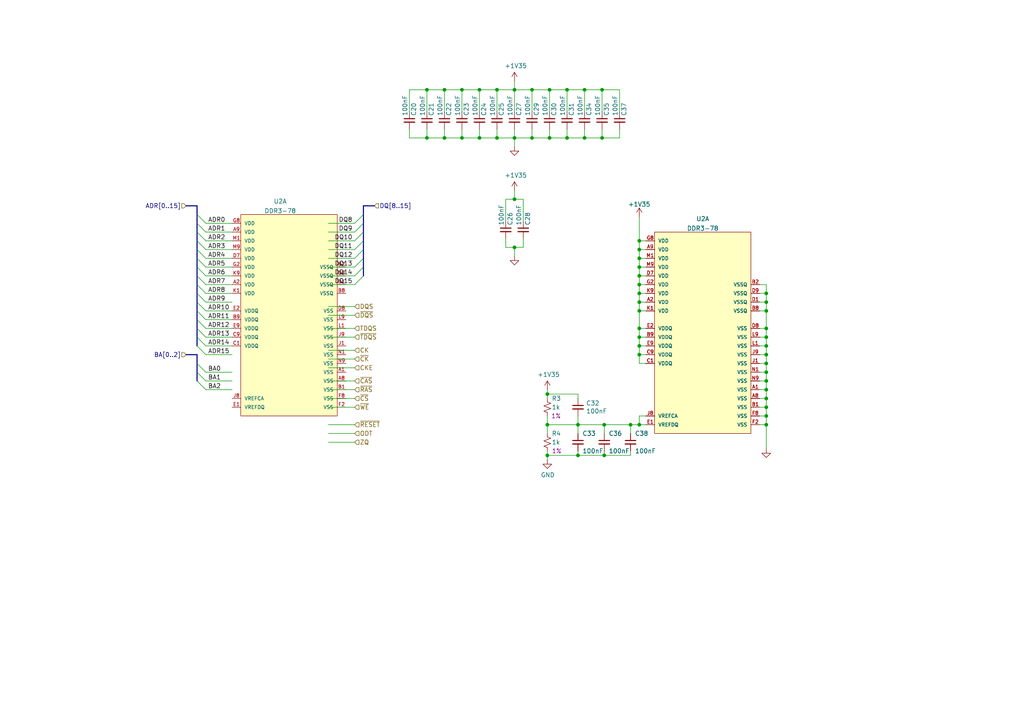
<source format=kicad_sch>
(kicad_sch (version 20211123) (generator eeschema)
  (paper "A4")
  (lib_symbols
    (symbol "DDR3-78_1" (pin_names (offset 1.016))
      (property "Reference" "U" (at 1.27 1.27 0))
      (property "Value" "DDR3-78_1" (at 1.27 3.81 0))
      (symbol "DDR3-78_1_1_1"
        (rectangle (start 0 0) (end 27.94 -58.42) (fill (type background)))
        (pin power_in line (at 30.48 -45.72 180) (length 2.54) (name "VSS") (number "A1"))
        (pin power_in line (at -2.54 -20.32 0) (length 2.54) (name "VDD") (number "A2"))
        (pin power_in line (at 30.48 -48.26 180) (length 2.54) (name "VSS") (number "A8"))
        (pin power_in line (at -2.54 -5.08 0) (length 2.54) (name "VDD") (number "A9"))
        (pin power_in line (at 30.48 -50.8 180) (length 2.54) (name "VSS") (number "B1"))
        (pin power_in line (at 30.48 -15.24 180) (length 2.54) (name "VSSQ") (number "B2"))
        (pin power_in line (at 30.48 -22.86 180) (length 2.54) (name "VSSQ") (number "B8"))
        (pin power_in line (at -2.54 -30.48 0) (length 2.54) (name "VDDQ") (number "B9"))
        (pin power_in line (at -2.54 -38.1 0) (length 2.54) (name "VDDQ") (number "C1"))
        (pin power_in line (at -2.54 -35.56 0) (length 2.54) (name "VDDQ") (number "C9"))
        (pin power_in line (at 30.48 -20.32 180) (length 2.54) (name "VSSQ") (number "D1"))
        (pin power_in line (at -2.54 -12.7 0) (length 2.54) (name "VDD") (number "D7"))
        (pin power_in line (at 30.48 -27.94 180) (length 2.54) (name "VSS") (number "D8"))
        (pin power_in line (at 30.48 -17.78 180) (length 2.54) (name "VSSQ") (number "D9"))
        (pin power_in line (at -2.54 -55.88 0) (length 2.54) (name "VREFDQ") (number "E1"))
        (pin power_in line (at -2.54 -27.94 0) (length 2.54) (name "VDDQ") (number "E2"))
        (pin power_in line (at -2.54 -33.02 0) (length 2.54) (name "VDDQ") (number "E9"))
        (pin power_in line (at 30.48 -55.88 180) (length 2.54) (name "VSS") (number "F2"))
        (pin power_in line (at 30.48 -53.34 180) (length 2.54) (name "VSS") (number "F8"))
        (pin power_in line (at -2.54 -15.24 0) (length 2.54) (name "VDD") (number "G2"))
        (pin power_in line (at -2.54 -2.54 0) (length 2.54) (name "VDD") (number "G8"))
        (pin power_in line (at 30.48 -38.1 180) (length 2.54) (name "VSS") (number "J1"))
        (pin power_in line (at -2.54 -53.34 0) (length 2.54) (name "VREFCA") (number "J8"))
        (pin power_in line (at 30.48 -35.56 180) (length 2.54) (name "VSS") (number "J9"))
        (pin power_in line (at -2.54 -22.86 0) (length 2.54) (name "VDD") (number "K1"))
        (pin power_in line (at -2.54 -17.78 0) (length 2.54) (name "VDD") (number "K9"))
        (pin power_in line (at 30.48 -33.02 180) (length 2.54) (name "VSS") (number "L1"))
        (pin power_in line (at 30.48 -30.48 180) (length 2.54) (name "VSS") (number "L9"))
        (pin power_in line (at -2.54 -7.62 0) (length 2.54) (name "VDD") (number "M1"))
        (pin power_in line (at -2.54 -10.16 0) (length 2.54) (name "VDD") (number "M9"))
        (pin power_in line (at 30.48 -40.64 180) (length 2.54) (name "VSS") (number "N1"))
        (pin power_in line (at 30.48 -43.18 180) (length 2.54) (name "VSS") (number "N9"))
      )
      (symbol "DDR3-78_1_2_1"
        (rectangle (start 0 0) (end 22.86 -68.58) (fill (type background)))
        (pin bidirectional line (at -2.54 -63.5 0) (length 2.54) (name "NC") (number "A3"))
        (pin bidirectional line (at 25.4 -35.56 180) (length 2.54) (name "~{TDQS}") (number "A7"))
        (pin bidirectional line (at 25.4 -2.54 180) (length 2.54) (name "DQ0") (number "B3"))
        (pin bidirectional line (at 25.4 -33.02 180) (length 2.54) (name "TDQS") (number "B7"))
        (pin bidirectional line (at 25.4 -7.62 180) (length 2.54) (name "DQ2") (number "C2"))
        (pin bidirectional line (at 25.4 -26.67 180) (length 2.54) (name "DQS") (number "C3"))
        (pin bidirectional line (at 25.4 -5.08 180) (length 2.54) (name "DQ1") (number "C7"))
        (pin bidirectional line (at 25.4 -10.16 180) (length 2.54) (name "DQ3") (number "C8"))
        (pin bidirectional line (at 25.4 -17.78 180) (length 2.54) (name "DQ6") (number "D2"))
        (pin bidirectional line (at 25.4 -29.21 180) (length 2.54) (name "~{DQS}") (number "D3"))
        (pin bidirectional line (at 25.4 -12.7 180) (length 2.54) (name "DQ4") (number "E3"))
        (pin bidirectional line (at 25.4 -20.32 180) (length 2.54) (name "DQ7") (number "E7"))
        (pin bidirectional line (at 25.4 -15.24 180) (length 2.54) (name "DQ5") (number "E8"))
        (pin power_in line (at -2.54 -58.42 0) (length 2.54) (name "NC") (number "F1"))
        (pin input line (at 25.4 -50.8 180) (length 2.54) (name "~{RAS}") (number "F3"))
        (pin input line (at 25.4 -39.37 180) (length 2.54) (name "CK") (number "F7"))
        (pin power_in line (at -2.54 -66.04 0) (length 2.54) (name "NC") (number "F9"))
        (pin power_in line (at 25.4 -66.04 180) (length 2.54) (name "ODT") (number "G1"))
        (pin input line (at 25.4 -48.26 180) (length 2.54) (name "~{CAS}") (number "G3"))
        (pin input line (at 25.4 -41.91 180) (length 2.54) (name "~{CK}") (number "G7"))
        (pin input line (at 25.4 -44.45 180) (length 2.54) (name "CKE") (number "G9"))
        (pin power_in line (at -2.54 -60.96 0) (length 2.54) (name "NC") (number "H1"))
        (pin power_in line (at 25.4 -55.88 180) (length 2.54) (name "~{CS}") (number "H2"))
        (pin bidirectional line (at 25.4 -58.42 180) (length 2.54) (name "~{WE}") (number "H3"))
        (pin input line (at -2.54 -27.94 0) (length 2.54) (name "A10") (number "H7"))
        (pin bidirectional line (at 25.4 -60.96 180) (length 2.54) (name "ZQ") (number "H8"))
        (pin power_in line (at -2.54 -55.88 0) (length 2.54) (name "NC") (number "H9"))
        (pin input line (at -2.54 -45.72 0) (length 2.54) (name "BA0") (number "J2"))
        (pin input line (at -2.54 -50.8 0) (length 2.54) (name "BA2") (number "J3"))
        (pin input line (at -2.54 -40.64 0) (length 2.54) (name "A15") (number "J7"))
        (pin input line (at -2.54 -10.16 0) (length 2.54) (name "A3") (number "K2"))
        (pin input line (at -2.54 -2.54 0) (length 2.54) (name "A0") (number "K3"))
        (pin input line (at -2.54 -33.02 0) (length 2.54) (name "A12") (number "K7"))
        (pin input line (at -2.54 -48.26 0) (length 2.54) (name "BA1") (number "K8"))
        (pin input line (at -2.54 -15.24 0) (length 2.54) (name "A5") (number "L2"))
        (pin input line (at -2.54 -7.62 0) (length 2.54) (name "A2") (number "L3"))
        (pin input line (at -2.54 -5.08 0) (length 2.54) (name "A1") (number "L7"))
        (pin input line (at -2.54 -12.7 0) (length 2.54) (name "A4") (number "L8"))
        (pin input line (at -2.54 -20.32 0) (length 2.54) (name "A7") (number "M2"))
        (pin input line (at -2.54 -25.4 0) (length 2.54) (name "A9") (number "M3"))
        (pin input line (at -2.54 -30.48 0) (length 2.54) (name "A11") (number "M7"))
        (pin input line (at -2.54 -17.78 0) (length 2.54) (name "A6") (number "M8"))
        (pin input line (at 25.4 -63.5 180) (length 2.54) (name "~{RESET}") (number "N2"))
        (pin input line (at -2.54 -35.56 0) (length 2.54) (name "A13") (number "N3"))
        (pin input line (at -2.54 -38.1 0) (length 2.54) (name "A14") (number "N7"))
        (pin input line (at -2.54 -22.86 0) (length 2.54) (name "A8") (number "N8"))
      )
    )
    (symbol "Device:C_Small" (pin_numbers hide) (pin_names (offset 0.254) hide)
      (property "Reference" "C" (at 0.254 1.778 0))
      (property "Value" "C_Small" (at 0.254 -2.032 0))
      (symbol "C_Small_0_1"
        (polyline (pts (xy -1.524 -0.508) (xy 1.524 -0.508)) (stroke (width 0.3302)))
        (polyline (pts (xy -1.524 0.508) (xy 1.524 0.508)) (stroke (width 0.3048)))
      )
      (symbol "C_Small_1_1"
        (pin passive line (at 0 2.54 270) (length 2.032) (name "~") (number "1"))
        (pin passive line (at 0 -2.54 90) (length 2.032) (name "~") (number "2"))
      )
    )
    (symbol "Device:R_Small_US" (pin_numbers hide) (pin_names (offset 0.254) hide)
      (property "Reference" "R" (at 0.762 0.508 0))
      (property "Value" "R_Small_US" (at 0.762 -1.016 0))
      (symbol "R_Small_US_1_1"
        (polyline (pts (xy 0 0) (xy 1.016 -0.381) (xy 0 -0.762) (xy -1.016 -1.143) (xy 0 -1.524)))
        (polyline (pts (xy 0 1.524) (xy 1.016 1.143) (xy 0 0.762) (xy -1.016 0.381) (xy 0 0)))
        (pin passive line (at 0 2.54 270) (length 1.016) (name "~") (number "1"))
        (pin passive line (at 0 -2.54 90) (length 1.016) (name "~") (number "2"))
      )
    )
    (symbol "ddr3:DDR3-78" (pin_names (offset 1.016))
      (property "Reference" "U" (at 1.27 1.27 0))
      (property "Value" "DDR3-78" (at 1.27 3.81 0))
      (symbol "DDR3-78_1_1"
        (rectangle (start 0 0) (end 27.94 -58.42) (fill (type background)))
        (pin power_in line (at 30.48 -45.72 180) (length 2.54) (name "VSS") (number "A1"))
        (pin power_in line (at -2.54 -20.32 0) (length 2.54) (name "VDD") (number "A2"))
        (pin power_in line (at 30.48 -48.26 180) (length 2.54) (name "VSS") (number "A8"))
        (pin power_in line (at -2.54 -5.08 0) (length 2.54) (name "VDD") (number "A9"))
        (pin power_in line (at 30.48 -50.8 180) (length 2.54) (name "VSS") (number "B1"))
        (pin power_in line (at 30.48 -15.24 180) (length 2.54) (name "VSSQ") (number "B2"))
        (pin power_in line (at 30.48 -22.86 180) (length 2.54) (name "VSSQ") (number "B8"))
        (pin power_in line (at -2.54 -30.48 0) (length 2.54) (name "VDDQ") (number "B9"))
        (pin power_in line (at -2.54 -38.1 0) (length 2.54) (name "VDDQ") (number "C1"))
        (pin power_in line (at -2.54 -35.56 0) (length 2.54) (name "VDDQ") (number "C9"))
        (pin power_in line (at 30.48 -20.32 180) (length 2.54) (name "VSSQ") (number "D1"))
        (pin power_in line (at -2.54 -12.7 0) (length 2.54) (name "VDD") (number "D7"))
        (pin power_in line (at 30.48 -27.94 180) (length 2.54) (name "VSS") (number "D8"))
        (pin power_in line (at 30.48 -17.78 180) (length 2.54) (name "VSSQ") (number "D9"))
        (pin power_in line (at -2.54 -55.88 0) (length 2.54) (name "VREFDQ") (number "E1"))
        (pin power_in line (at -2.54 -27.94 0) (length 2.54) (name "VDDQ") (number "E2"))
        (pin power_in line (at -2.54 -33.02 0) (length 2.54) (name "VDDQ") (number "E9"))
        (pin power_in line (at 30.48 -55.88 180) (length 2.54) (name "VSS") (number "F2"))
        (pin power_in line (at 30.48 -53.34 180) (length 2.54) (name "VSS") (number "F8"))
        (pin power_in line (at -2.54 -15.24 0) (length 2.54) (name "VDD") (number "G2"))
        (pin power_in line (at -2.54 -2.54 0) (length 2.54) (name "VDD") (number "G8"))
        (pin power_in line (at 30.48 -38.1 180) (length 2.54) (name "VSS") (number "J1"))
        (pin power_in line (at -2.54 -53.34 0) (length 2.54) (name "VREFCA") (number "J8"))
        (pin power_in line (at 30.48 -35.56 180) (length 2.54) (name "VSS") (number "J9"))
        (pin power_in line (at -2.54 -22.86 0) (length 2.54) (name "VDD") (number "K1"))
        (pin power_in line (at -2.54 -17.78 0) (length 2.54) (name "VDD") (number "K9"))
        (pin power_in line (at 30.48 -33.02 180) (length 2.54) (name "VSS") (number "L1"))
        (pin power_in line (at 30.48 -30.48 180) (length 2.54) (name "VSS") (number "L9"))
        (pin power_in line (at -2.54 -7.62 0) (length 2.54) (name "VDD") (number "M1"))
        (pin power_in line (at -2.54 -10.16 0) (length 2.54) (name "VDD") (number "M9"))
        (pin power_in line (at 30.48 -40.64 180) (length 2.54) (name "VSS") (number "N1"))
        (pin power_in line (at 30.48 -43.18 180) (length 2.54) (name "VSS") (number "N9"))
      )
      (symbol "DDR3-78_2_1"
        (rectangle (start 0 0) (end 22.86 -68.58) (fill (type background)))
        (pin bidirectional line (at -2.54 -63.5 0) (length 2.54) (name "NC") (number "A3"))
        (pin bidirectional line (at 25.4 -35.56 180) (length 2.54) (name "~{TDQS}") (number "A7"))
        (pin bidirectional line (at 25.4 -2.54 180) (length 2.54) (name "DQ0") (number "B3"))
        (pin bidirectional line (at 25.4 -33.02 180) (length 2.54) (name "TDQS") (number "B7"))
        (pin bidirectional line (at 25.4 -7.62 180) (length 2.54) (name "DQ2") (number "C2"))
        (pin bidirectional line (at 25.4 -26.67 180) (length 2.54) (name "DQS") (number "C3"))
        (pin bidirectional line (at 25.4 -5.08 180) (length 2.54) (name "DQ1") (number "C7"))
        (pin bidirectional line (at 25.4 -10.16 180) (length 2.54) (name "DQ3") (number "C8"))
        (pin bidirectional line (at 25.4 -17.78 180) (length 2.54) (name "DQ6") (number "D2"))
        (pin bidirectional line (at 25.4 -29.21 180) (length 2.54) (name "~{DQS}") (number "D3"))
        (pin bidirectional line (at 25.4 -12.7 180) (length 2.54) (name "DQ4") (number "E3"))
        (pin bidirectional line (at 25.4 -20.32 180) (length 2.54) (name "DQ7") (number "E7"))
        (pin bidirectional line (at 25.4 -15.24 180) (length 2.54) (name "DQ5") (number "E8"))
        (pin power_in line (at -2.54 -58.42 0) (length 2.54) (name "NC") (number "F1"))
        (pin input line (at 25.4 -50.8 180) (length 2.54) (name "~{RAS}") (number "F3"))
        (pin input line (at 25.4 -39.37 180) (length 2.54) (name "CK") (number "F7"))
        (pin power_in line (at -2.54 -66.04 0) (length 2.54) (name "NC") (number "F9"))
        (pin input line (at 25.4 -63.5 180) (length 2.54) (name "ODT") (number "G1"))
        (pin input line (at 25.4 -48.26 180) (length 2.54) (name "~{CAS}") (number "G3"))
        (pin input line (at 25.4 -41.91 180) (length 2.54) (name "~{CK}") (number "G7"))
        (pin input line (at 25.4 -44.45 180) (length 2.54) (name "CKE") (number "G9"))
        (pin power_in line (at -2.54 -60.96 0) (length 2.54) (name "NC") (number "H1"))
        (pin input line (at 25.4 -53.34 180) (length 2.54) (name "~{CS}") (number "H2"))
        (pin input line (at 25.4 -55.88 180) (length 2.54) (name "~{WE}") (number "H3"))
        (pin input line (at -2.54 -27.94 0) (length 2.54) (name "A10") (number "H7"))
        (pin input line (at 25.4 -66.04 180) (length 2.54) (name "ZQ") (number "H8"))
        (pin power_in line (at -2.54 -55.88 0) (length 2.54) (name "NC") (number "H9"))
        (pin input line (at -2.54 -45.72 0) (length 2.54) (name "BA0") (number "J2"))
        (pin input line (at -2.54 -50.8 0) (length 2.54) (name "BA2") (number "J3"))
        (pin input line (at -2.54 -40.64 0) (length 2.54) (name "A15") (number "J7"))
        (pin input line (at -2.54 -10.16 0) (length 2.54) (name "A3") (number "K2"))
        (pin input line (at -2.54 -2.54 0) (length 2.54) (name "A0") (number "K3"))
        (pin input line (at -2.54 -33.02 0) (length 2.54) (name "A12") (number "K7"))
        (pin input line (at -2.54 -48.26 0) (length 2.54) (name "BA1") (number "K8"))
        (pin input line (at -2.54 -15.24 0) (length 2.54) (name "A5") (number "L2"))
        (pin input line (at -2.54 -7.62 0) (length 2.54) (name "A2") (number "L3"))
        (pin input line (at -2.54 -5.08 0) (length 2.54) (name "A1") (number "L7"))
        (pin input line (at -2.54 -12.7 0) (length 2.54) (name "A4") (number "L8"))
        (pin input line (at -2.54 -20.32 0) (length 2.54) (name "A7") (number "M2"))
        (pin input line (at -2.54 -25.4 0) (length 2.54) (name "A9") (number "M3"))
        (pin input line (at -2.54 -30.48 0) (length 2.54) (name "A11") (number "M7"))
        (pin input line (at -2.54 -17.78 0) (length 2.54) (name "A6") (number "M8"))
        (pin input line (at 25.4 -60.96 180) (length 2.54) (name "~{RESET}") (number "N2"))
        (pin input line (at -2.54 -35.56 0) (length 2.54) (name "A13") (number "N3"))
        (pin input line (at -2.54 -38.1 0) (length 2.54) (name "A14") (number "N7"))
        (pin input line (at -2.54 -22.86 0) (length 2.54) (name "A8") (number "N8"))
      )
    )
    (symbol "power:+1V35" (power) (pin_names (offset 0))
      (property "Value" "+1V35" (at 0 3.556 0))
      (symbol "+1V35_0_1"
        (polyline (pts (xy -0.762 1.27) (xy 0 2.54)))
        (polyline (pts (xy 0 0) (xy 0 2.54)))
        (polyline (pts (xy 0 2.54) (xy 0.762 1.27)))
      )
      (symbol "+1V35_1_1"
        (pin power_in line (at 0 0 90) (length 0) hide (name "+1V35") (number "1"))
      )
    )
    (symbol "power:GND" (power) (pin_names (offset 0))
      (property "Value" "GND" (at 0 -3.81 0))
      (symbol "GND_0_1"
        (polyline (pts (xy 0 0) (xy 0 -1.27) (xy 1.27 -1.27) (xy 0 -2.54) (xy -1.27 -1.27) (xy 0 -1.27)))
      )
      (symbol "GND_1_1"
        (pin power_in line (at 0 0 270) (length 0) hide (name "GND") (number "1"))
      )
    )
  )
  (junction (at 149.225 40.005))
  (junction (at 133.985 26.035))
  (junction (at 123.825 26.035))
  (junction (at 149.225 71.755))
  (junction (at 222.25 123.19))
  (junction (at 185.42 80.01))
  (junction (at 182.88 123.19))
  (junction (at 222.25 113.03))
  (junction (at 185.42 90.17))
  (junction (at 222.25 107.95))
  (junction (at 175.26 123.19))
  (junction (at 222.25 90.17))
  (junction (at 167.64 123.19))
  (junction (at 185.42 87.63))
  (junction (at 222.25 97.79))
  (junction (at 139.065 40.005))
  (junction (at 154.305 26.035))
  (junction (at 158.75 123.19))
  (junction (at 175.26 132.08))
  (junction (at 174.625 26.035))
  (junction (at 158.75 114.3))
  (junction (at 222.25 118.11))
  (junction (at 185.42 74.93))
  (junction (at 169.545 40.005))
  (junction (at 128.905 26.035))
  (junction (at 222.25 87.63))
  (junction (at 222.25 120.65))
  (junction (at 133.985 40.005))
  (junction (at 164.465 26.035))
  (junction (at 185.42 85.09))
  (junction (at 159.385 26.035))
  (junction (at 222.25 85.09))
  (junction (at 185.42 97.79))
  (junction (at 164.465 40.005))
  (junction (at 149.225 57.785))
  (junction (at 123.825 40.005))
  (junction (at 222.25 105.41))
  (junction (at 185.42 102.87))
  (junction (at 222.25 100.33))
  (junction (at 185.42 123.19))
  (junction (at 158.75 132.08))
  (junction (at 159.385 40.005))
  (junction (at 222.25 102.87))
  (junction (at 144.145 40.005))
  (junction (at 185.42 69.85))
  (junction (at 139.065 26.035))
  (junction (at 167.64 132.08))
  (junction (at 185.42 72.39))
  (junction (at 185.42 82.55))
  (junction (at 185.42 95.25))
  (junction (at 154.305 40.005))
  (junction (at 222.25 95.25))
  (junction (at 174.625 40.005))
  (junction (at 169.545 26.035))
  (junction (at 128.905 40.005))
  (junction (at 144.145 26.035))
  (junction (at 185.42 100.33))
  (junction (at 185.42 77.47))
  (junction (at 149.225 26.035))
  (junction (at 222.25 110.49))
  (junction (at 222.25 115.57))
  (bus_entry (at 105.41 74.93) (size -2.54 2.54))
  (bus_entry (at 105.41 80.01) (size -2.54 2.54))
  (bus_entry (at 57.15 97.79) (size 2.54 2.54))
  (bus_entry (at 57.15 92.71) (size 2.54 2.54))
  (bus_entry (at 57.15 107.95) (size 2.54 2.54))
  (bus_entry (at 57.15 90.17) (size 2.54 2.54))
  (bus_entry (at 105.41 77.47) (size -2.54 2.54))
  (bus_entry (at 57.15 87.63) (size 2.54 2.54))
  (bus_entry (at 57.15 85.09) (size 2.54 2.54))
  (bus_entry (at 57.15 100.33) (size 2.54 2.54))
  (bus_entry (at 57.15 105.41) (size 2.54 2.54))
  (bus_entry (at 105.41 69.85) (size -2.54 2.54))
  (bus_entry (at 57.15 95.25) (size 2.54 2.54))
  (bus_entry (at 57.15 64.77) (size 2.54 2.54))
  (bus_entry (at 57.15 77.47) (size 2.54 2.54))
  (bus_entry (at 57.15 69.85) (size 2.54 2.54))
  (bus_entry (at 57.15 82.55) (size 2.54 2.54))
  (bus_entry (at 57.15 67.31) (size 2.54 2.54))
  (bus_entry (at 105.41 64.77) (size -2.54 2.54))
  (bus_entry (at 105.41 62.23) (size -2.54 2.54))
  (bus_entry (at 105.41 67.31) (size -2.54 2.54))
  (bus_entry (at 57.15 74.93) (size 2.54 2.54))
  (bus_entry (at 57.15 110.49) (size 2.54 2.54))
  (bus_entry (at 105.41 72.39) (size -2.54 2.54))
  (bus_entry (at 57.15 80.01) (size 2.54 2.54))
  (bus_entry (at 57.15 72.39) (size 2.54 2.54))
  (bus_entry (at 57.15 62.23) (size 2.54 2.54))
  (wire (pts (xy 118.745 26.035) (xy 123.825 26.035)))
  (wire (pts (xy 159.385 40.005) (xy 154.305 40.005)))
  (wire (pts (xy 123.825 26.035) (xy 128.905 26.035)))
  (wire (pts (xy 95.25 101.6) (xy 102.87 101.6)))
  (wire (pts (xy 164.465 37.465) (xy 164.465 40.005)))
  (wire (pts (xy 139.065 40.005) (xy 144.145 40.005)))
  (wire (pts (xy 185.42 120.65) (xy 187.325 120.65)))
  (wire (pts (xy 59.69 72.39) (xy 67.31 72.39)))
  (wire (pts (xy 95.25 88.9) (xy 102.87 88.9)))
  (wire (pts (xy 185.42 74.93) (xy 185.42 77.47)))
  (wire (pts (xy 59.69 90.17) (xy 67.31 90.17)))
  (wire (pts (xy 95.25 110.49) (xy 102.87 110.49)))
  (wire (pts (xy 175.26 130.81) (xy 175.26 132.08)))
  (wire (pts (xy 149.225 26.035) (xy 149.225 32.385)))
  (wire (pts (xy 59.69 87.63) (xy 67.31 87.63)))
  (wire (pts (xy 95.25 104.14) (xy 102.87 104.14)))
  (bus (pts (xy 57.15 80.01) (xy 57.15 82.55)))
  (wire (pts (xy 222.25 90.17) (xy 220.345 90.17)))
  (wire (pts (xy 222.25 105.41) (xy 220.345 105.41)))
  (wire (pts (xy 59.69 69.85) (xy 67.31 69.85)))
  (wire (pts (xy 151.765 64.135) (xy 151.765 57.785)))
  (wire (pts (xy 222.25 123.19) (xy 220.345 123.19)))
  (bus (pts (xy 57.15 82.55) (xy 57.15 85.09)))
  (wire (pts (xy 95.25 106.68) (xy 102.87 106.68)))
  (wire (pts (xy 185.42 77.47) (xy 185.42 80.01)))
  (wire (pts (xy 222.25 100.33) (xy 220.345 100.33)))
  (bus (pts (xy 105.41 62.23) (xy 105.41 64.77)))
  (wire (pts (xy 158.75 114.3) (xy 158.75 113.03)))
  (wire (pts (xy 118.745 37.465) (xy 118.745 40.005)))
  (wire (pts (xy 222.25 107.95) (xy 220.345 107.95)))
  (wire (pts (xy 167.64 123.19) (xy 158.75 123.19)))
  (wire (pts (xy 102.87 77.47) (xy 95.25 77.47)))
  (wire (pts (xy 149.225 57.785) (xy 151.765 57.785)))
  (wire (pts (xy 222.25 120.65) (xy 220.345 120.65)))
  (wire (pts (xy 149.225 57.785) (xy 149.225 55.245)))
  (wire (pts (xy 222.25 115.57) (xy 220.345 115.57)))
  (bus (pts (xy 57.15 77.47) (xy 57.15 80.01)))
  (wire (pts (xy 185.42 90.17) (xy 187.325 90.17)))
  (wire (pts (xy 222.25 82.55) (xy 222.25 85.09)))
  (wire (pts (xy 95.25 91.44) (xy 102.87 91.44)))
  (wire (pts (xy 185.42 74.93) (xy 187.325 74.93)))
  (bus (pts (xy 57.15 62.23) (xy 57.15 64.77)))
  (wire (pts (xy 159.385 26.035) (xy 164.465 26.035)))
  (wire (pts (xy 158.75 130.81) (xy 158.75 132.08)))
  (wire (pts (xy 222.25 113.03) (xy 222.25 110.49)))
  (bus (pts (xy 57.15 85.09) (xy 57.15 87.63)))
  (wire (pts (xy 182.88 123.19) (xy 185.42 123.19)))
  (wire (pts (xy 185.42 102.87) (xy 187.325 102.87)))
  (wire (pts (xy 102.87 69.85) (xy 95.25 69.85)))
  (bus (pts (xy 57.15 97.79) (xy 57.15 100.33)))
  (bus (pts (xy 57.15 102.87) (xy 57.15 105.41)))
  (wire (pts (xy 59.69 107.95) (xy 67.31 107.95)))
  (wire (pts (xy 174.625 32.385) (xy 174.625 26.035)))
  (wire (pts (xy 95.25 97.79) (xy 102.87 97.79)))
  (wire (pts (xy 59.69 100.33) (xy 67.31 100.33)))
  (wire (pts (xy 185.42 72.39) (xy 185.42 74.93)))
  (wire (pts (xy 185.42 97.79) (xy 187.325 97.79)))
  (wire (pts (xy 59.69 67.31) (xy 67.31 67.31)))
  (wire (pts (xy 174.625 37.465) (xy 174.625 40.005)))
  (wire (pts (xy 185.42 69.85) (xy 187.325 69.85)))
  (wire (pts (xy 164.465 32.385) (xy 164.465 26.035)))
  (wire (pts (xy 185.42 100.33) (xy 185.42 102.87)))
  (wire (pts (xy 167.64 130.81) (xy 167.64 132.08)))
  (wire (pts (xy 222.25 102.87) (xy 220.345 102.87)))
  (wire (pts (xy 185.42 95.25) (xy 185.42 97.79)))
  (wire (pts (xy 185.42 80.01) (xy 185.42 82.55)))
  (wire (pts (xy 154.305 40.005) (xy 149.225 40.005)))
  (wire (pts (xy 159.385 32.385) (xy 159.385 26.035)))
  (wire (pts (xy 128.905 32.385) (xy 128.905 26.035)))
  (wire (pts (xy 222.25 97.79) (xy 220.345 97.79)))
  (wire (pts (xy 59.69 64.77) (xy 67.31 64.77)))
  (wire (pts (xy 169.545 40.005) (xy 164.465 40.005)))
  (bus (pts (xy 57.15 95.25) (xy 57.15 97.79)))
  (wire (pts (xy 222.25 118.11) (xy 220.345 118.11)))
  (wire (pts (xy 95.25 115.57) (xy 102.87 115.57)))
  (wire (pts (xy 185.42 85.09) (xy 185.42 87.63)))
  (wire (pts (xy 185.42 69.85) (xy 185.42 72.39)))
  (wire (pts (xy 185.42 123.19) (xy 187.325 123.19)))
  (wire (pts (xy 174.625 40.005) (xy 169.545 40.005)))
  (wire (pts (xy 185.42 85.09) (xy 187.325 85.09)))
  (wire (pts (xy 182.88 125.73) (xy 182.88 123.19)))
  (wire (pts (xy 185.42 82.55) (xy 187.325 82.55)))
  (wire (pts (xy 185.42 82.55) (xy 185.42 85.09)))
  (wire (pts (xy 222.25 123.19) (xy 222.25 120.65)))
  (bus (pts (xy 57.15 67.31) (xy 57.15 69.85)))
  (wire (pts (xy 95.25 123.19) (xy 102.87 123.19)))
  (wire (pts (xy 59.69 92.71) (xy 67.31 92.71)))
  (wire (pts (xy 154.305 37.465) (xy 154.305 40.005)))
  (wire (pts (xy 149.225 26.035) (xy 149.225 23.495)))
  (wire (pts (xy 175.26 132.08) (xy 167.64 132.08)))
  (wire (pts (xy 174.625 26.035) (xy 179.705 26.035)))
  (wire (pts (xy 179.705 40.005) (xy 174.625 40.005)))
  (wire (pts (xy 133.985 26.035) (xy 139.065 26.035)))
  (bus (pts (xy 105.41 77.47) (xy 105.41 80.01)))
  (wire (pts (xy 169.545 37.465) (xy 169.545 40.005)))
  (bus (pts (xy 57.15 92.71) (xy 57.15 95.25)))
  (wire (pts (xy 59.69 74.93) (xy 67.31 74.93)))
  (bus (pts (xy 105.41 72.39) (xy 105.41 74.93)))
  (wire (pts (xy 154.305 26.035) (xy 159.385 26.035)))
  (bus (pts (xy 57.15 90.17) (xy 57.15 92.71)))
  (wire (pts (xy 59.69 80.01) (xy 67.31 80.01)))
  (wire (pts (xy 222.25 90.17) (xy 222.25 95.25)))
  (wire (pts (xy 169.545 26.035) (xy 174.625 26.035)))
  (wire (pts (xy 220.345 87.63) (xy 222.25 87.63)))
  (wire (pts (xy 118.745 40.005) (xy 123.825 40.005)))
  (wire (pts (xy 222.25 97.79) (xy 222.25 95.25)))
  (wire (pts (xy 164.465 40.005) (xy 159.385 40.005)))
  (wire (pts (xy 102.87 72.39) (xy 95.25 72.39)))
  (wire (pts (xy 222.25 105.41) (xy 222.25 102.87)))
  (wire (pts (xy 185.42 87.63) (xy 185.42 90.17)))
  (bus (pts (xy 57.15 87.63) (xy 57.15 90.17)))
  (wire (pts (xy 222.25 115.57) (xy 222.25 113.03)))
  (bus (pts (xy 57.15 69.85) (xy 57.15 72.39)))
  (wire (pts (xy 158.75 115.57) (xy 158.75 114.3)))
  (wire (pts (xy 102.87 80.01) (xy 95.25 80.01)))
  (bus (pts (xy 57.15 64.77) (xy 57.15 67.31)))
  (wire (pts (xy 149.225 42.545) (xy 149.225 40.005)))
  (wire (pts (xy 59.69 110.49) (xy 67.31 110.49)))
  (wire (pts (xy 185.42 87.63) (xy 187.325 87.63)))
  (wire (pts (xy 118.745 32.385) (xy 118.745 26.035)))
  (wire (pts (xy 139.065 32.385) (xy 139.065 26.035)))
  (wire (pts (xy 59.69 113.03) (xy 67.31 113.03)))
  (wire (pts (xy 158.75 123.19) (xy 158.75 120.65)))
  (wire (pts (xy 102.87 82.55) (xy 95.25 82.55)))
  (bus (pts (xy 105.41 74.93) (xy 105.41 77.47)))
  (wire (pts (xy 182.88 132.08) (xy 175.26 132.08)))
  (wire (pts (xy 185.42 102.87) (xy 185.42 105.41)))
  (bus (pts (xy 57.15 72.39) (xy 57.15 74.93)))
  (wire (pts (xy 187.325 105.41) (xy 185.42 105.41)))
  (wire (pts (xy 146.685 64.135) (xy 146.685 57.785)))
  (wire (pts (xy 185.42 95.25) (xy 187.325 95.25)))
  (wire (pts (xy 154.305 32.385) (xy 154.305 26.035)))
  (wire (pts (xy 149.225 40.005) (xy 149.225 37.465)))
  (bus (pts (xy 108.585 59.69) (xy 105.41 59.69)))
  (wire (pts (xy 144.145 26.035) (xy 149.225 26.035)))
  (wire (pts (xy 59.69 77.47) (xy 67.31 77.47)))
  (wire (pts (xy 146.685 69.215) (xy 146.685 71.755)))
  (wire (pts (xy 222.25 90.17) (xy 222.25 87.63)))
  (wire (pts (xy 102.87 74.93) (xy 95.25 74.93)))
  (wire (pts (xy 179.705 40.005) (xy 179.705 37.465)))
  (wire (pts (xy 144.145 40.005) (xy 149.225 40.005)))
  (wire (pts (xy 159.385 37.465) (xy 159.385 40.005)))
  (wire (pts (xy 128.905 26.035) (xy 133.985 26.035)))
  (wire (pts (xy 128.905 40.005) (xy 133.985 40.005)))
  (wire (pts (xy 167.64 123.19) (xy 167.64 125.73)))
  (wire (pts (xy 149.225 71.755) (xy 151.765 71.755)))
  (wire (pts (xy 123.825 32.385) (xy 123.825 26.035)))
  (wire (pts (xy 146.685 71.755) (xy 149.225 71.755)))
  (wire (pts (xy 222.25 130.175) (xy 222.25 123.19)))
  (wire (pts (xy 164.465 26.035) (xy 169.545 26.035)))
  (wire (pts (xy 133.985 37.465) (xy 133.985 40.005)))
  (wire (pts (xy 167.64 132.08) (xy 158.75 132.08)))
  (wire (pts (xy 123.825 40.005) (xy 128.905 40.005)))
  (wire (pts (xy 222.25 95.25) (xy 220.345 95.25)))
  (bus (pts (xy 105.41 64.77) (xy 105.41 67.31)))
  (wire (pts (xy 95.25 118.11) (xy 102.87 118.11)))
  (wire (pts (xy 102.87 67.31) (xy 95.25 67.31)))
  (wire (pts (xy 185.42 100.33) (xy 187.325 100.33)))
  (wire (pts (xy 169.545 32.385) (xy 169.545 26.035)))
  (wire (pts (xy 220.345 85.09) (xy 222.25 85.09)))
  (wire (pts (xy 151.765 69.215) (xy 151.765 71.755)))
  (wire (pts (xy 128.905 37.465) (xy 128.905 40.005)))
  (wire (pts (xy 167.64 115.57) (xy 167.64 114.3)))
  (wire (pts (xy 222.25 85.09) (xy 222.25 87.63)))
  (wire (pts (xy 59.69 97.79) (xy 67.31 97.79)))
  (wire (pts (xy 222.25 113.03) (xy 220.345 113.03)))
  (wire (pts (xy 59.69 85.09) (xy 67.31 85.09)))
  (wire (pts (xy 144.145 32.385) (xy 144.145 26.035)))
  (wire (pts (xy 222.25 102.87) (xy 222.25 100.33)))
  (wire (pts (xy 95.25 113.03) (xy 102.87 113.03)))
  (bus (pts (xy 57.15 107.95) (xy 57.15 110.49)))
  (wire (pts (xy 222.25 120.65) (xy 222.25 118.11)))
  (wire (pts (xy 222.25 107.95) (xy 222.25 105.41)))
  (bus (pts (xy 53.975 102.87) (xy 57.15 102.87)))
  (wire (pts (xy 179.705 26.035) (xy 179.705 32.385)))
  (wire (pts (xy 149.225 26.035) (xy 154.305 26.035)))
  (wire (pts (xy 146.685 57.785) (xy 149.225 57.785)))
  (wire (pts (xy 175.26 123.19) (xy 182.88 123.19)))
  (bus (pts (xy 105.41 59.69) (xy 105.41 62.23)))
  (bus (pts (xy 53.975 59.69) (xy 57.15 59.69)))
  (wire (pts (xy 220.345 82.55) (xy 222.25 82.55)))
  (wire (pts (xy 59.69 82.55) (xy 67.31 82.55)))
  (wire (pts (xy 185.42 97.79) (xy 185.42 100.33)))
  (wire (pts (xy 95.25 125.73) (xy 102.87 125.73)))
  (wire (pts (xy 167.64 123.19) (xy 175.26 123.19)))
  (wire (pts (xy 167.64 114.3) (xy 158.75 114.3)))
  (wire (pts (xy 95.25 128.27) (xy 102.87 128.27)))
  (wire (pts (xy 185.42 120.65) (xy 185.42 123.19)))
  (bus (pts (xy 105.41 67.31) (xy 105.41 69.85)))
  (wire (pts (xy 222.25 110.49) (xy 220.345 110.49)))
  (wire (pts (xy 185.42 72.39) (xy 187.325 72.39)))
  (wire (pts (xy 167.64 120.65) (xy 167.64 123.19)))
  (wire (pts (xy 185.42 62.865) (xy 185.42 69.85)))
  (wire (pts (xy 222.25 100.33) (xy 222.25 97.79)))
  (wire (pts (xy 102.87 64.77) (xy 95.25 64.77)))
  (bus (pts (xy 57.15 105.41) (xy 57.15 107.95)))
  (wire (pts (xy 133.985 32.385) (xy 133.985 26.035)))
  (wire (pts (xy 123.825 37.465) (xy 123.825 40.005)))
  (wire (pts (xy 185.42 90.17) (xy 185.42 95.25)))
  (bus (pts (xy 57.15 59.69) (xy 57.15 62.23)))
  (wire (pts (xy 185.42 77.47) (xy 187.325 77.47)))
  (wire (pts (xy 59.69 102.87) (xy 67.31 102.87)))
  (wire (pts (xy 149.225 71.755) (xy 149.225 74.295)))
  (wire (pts (xy 175.26 123.19) (xy 175.26 125.73)))
  (wire (pts (xy 133.985 40.005) (xy 139.065 40.005)))
  (wire (pts (xy 182.88 130.81) (xy 182.88 132.08)))
  (bus (pts (xy 57.15 74.93) (xy 57.15 77.47)))
  (wire (pts (xy 144.145 37.465) (xy 144.145 40.005)))
  (wire (pts (xy 222.25 110.49) (xy 222.25 107.95)))
  (wire (pts (xy 139.065 37.465) (xy 139.065 40.005)))
  (wire (pts (xy 185.42 80.01) (xy 187.325 80.01)))
  (bus (pts (xy 105.41 69.85) (xy 105.41 72.39)))
  (wire (pts (xy 139.065 26.035) (xy 144.145 26.035)))
  (wire (pts (xy 158.75 125.73) (xy 158.75 123.19)))
  (wire (pts (xy 95.25 95.25) (xy 102.87 95.25)))
  (wire (pts (xy 158.75 132.08) (xy 158.75 133.35)))
  (wire (pts (xy 59.69 95.25) (xy 67.31 95.25)))
  (wire (pts (xy 222.25 118.11) (xy 222.25 115.57)))
  (label "ADR4" (at 60.325 74.93 0))
  (label "ADR14" (at 60.325 100.33 0))
  (label "DQ8" (at 102.235 64.77 180))
  (label "ADR2" (at 60.325 69.85 0))
  (label "ADR15" (at 60.325 102.87 0))
  (label "DQ11" (at 102.235 72.39 180))
  (label "ADR10" (at 60.325 90.17 0))
  (label "ADR6" (at 60.325 80.01 0))
  (label "ADR0" (at 60.325 64.77 0))
  (label "ADR12" (at 60.325 95.25 0))
  (label "BA1" (at 60.325 110.49 0))
  (label "ADR11" (at 60.325 92.71 0))
  (label "DQ13" (at 102.235 77.47 180))
  (label "BA2" (at 60.325 113.03 0))
  (label "ADR9" (at 60.325 87.63 0))
  (label "BA0" (at 60.325 107.95 0))
  (label "ADR8" (at 60.325 85.09 0))
  (label "DQ12" (at 102.235 74.93 180))
  (label "ADR5" (at 60.325 77.47 0))
  (label "DQ10" (at 102.235 69.85 180))
  (label "ADR13" (at 60.325 97.79 0))
  (label "DQ9" (at 102.235 67.31 180))
  (label "DQ15" (at 102.235 82.55 180))
  (label "ADR7" (at 60.325 82.55 0))
  (label "ADR1" (at 60.325 67.31 0))
  (label "ADR3" (at 60.325 72.39 0))
  (label "DQ14" (at 102.235 80.01 180))
  (hierarchical_label "CKE" (shape input) (at 102.87 106.68 0))
  (hierarchical_label "~{RAS}" (shape input) (at 102.87 113.03 0))
  (hierarchical_label "TDQS" (shape input) (at 102.87 95.25 0))
  (hierarchical_label "~{CK}" (shape input) (at 102.87 104.14 0))
  (hierarchical_label "DQS" (shape input) (at 102.87 88.9 0))
  (hierarchical_label "~{WE}" (shape input) (at 102.87 118.11 0))
  (hierarchical_label "ODT" (shape input) (at 102.87 125.73 0))
  (hierarchical_label "~{CAS}" (shape input) (at 102.87 110.49 0))
  (hierarchical_label "ADR[0..15]" (shape input) (at 53.975 59.69 180))
  (hierarchical_label "~{CS}" (shape input) (at 102.87 115.57 0))
  (hierarchical_label "~{RESET}" (shape input) (at 102.87 123.19 0))
  (hierarchical_label "BA[0..2]" (shape input) (at 53.975 102.87 180))
  (hierarchical_label "ZQ" (shape input) (at 102.87 128.27 0))
  (hierarchical_label "~{DQS}" (shape input) (at 102.87 91.44 0))
  (hierarchical_label "CK" (shape input) (at 102.87 101.6 0))
  (hierarchical_label "~{TDQS}" (shape input) (at 102.87 97.79 0))
  (hierarchical_label "DQ[8..15]" (shape input) (at 108.585 59.69 0))
  (symbol (lib_id "Device:C_Small") (at 174.625 34.925 0)
    (property "Reference" "C35" (at 175.895 33.655 90) (effects (justify left)))
    (property "Value" "100nF" (at 173.355 33.655 90) (effects (justify left)))
    (property "Footprint" "Capacitor_SMD:C_0402_1005Metric" (effects hide))
    (property "MPN" "CC0402KRX7R7BB104" (effects hide))
  )
  (symbol (lib_id "power:+1V35") (at 149.225 23.495 0)
    (property "Reference" "#PWR0105" (effects hide))
    (property "Value" "+1V35" (at 149.606 19.1008 0))
  )
  (symbol (lib_id "Device:C_Small") (at 133.985 34.925 0)
    (property "Reference" "C23" (at 135.255 33.655 90) (effects (justify left)))
    (property "Value" "100nF" (at 132.715 33.655 90) (effects (justify left)))
    (property "Footprint" "Capacitor_SMD:C_0402_1005Metric" (effects hide))
    (property "MPN" "CC0402KRX7R7BB104" (effects hide))
  )
  (symbol (lib_id "Device:C_Small") (at 179.705 34.925 0)
    (property "Reference" "C37" (at 180.975 33.655 90) (effects (justify left)))
    (property "Value" "100nF" (at 178.435 33.655 90) (effects (justify left)))
    (property "Footprint" "Capacitor_SMD:C_0402_1005Metric" (effects hide))
    (property "MPN" "CC0402KRX7R7BB104" (effects hide))
  )
  (symbol (lib_id "Device:C_Small") (at 139.065 34.925 0)
    (property "Reference" "C24" (at 140.335 33.655 90) (effects (justify left)))
    (property "Value" "100nF" (at 137.795 33.655 90) (effects (justify left)))
    (property "Footprint" "Capacitor_SMD:C_0402_1005Metric" (effects hide))
    (property "MPN" "CC0402KRX7R7BB104" (effects hide))
  )
  (symbol (lib_id "Device:C_Small") (at 144.145 34.925 0)
    (property "Reference" "C25" (at 145.415 33.655 90) (effects (justify left)))
    (property "Value" "100nF" (at 142.875 33.655 90) (effects (justify left)))
    (property "Footprint" "Capacitor_SMD:C_0402_1005Metric" (effects hide))
    (property "MPN" "CC0402KRX7R7BB104" (effects hide))
  )
  (symbol (lib_id "power:GND") (at 158.75 133.35 0)
    (property "Reference" "#PWR0102" (effects hide))
    (property "Value" "GND" (at 158.877 137.7442 0))
  )
  (symbol (lib_id "power:+1V35") (at 158.75 113.03 0)
    (property "Reference" "#PWR0103" (effects hide))
    (property "Value" "+1V35" (at 159.131 108.6358 0))
  )
  (symbol (lib_id "Device:C_Small") (at 159.385 34.925 0)
    (property "Reference" "C30" (at 160.655 33.655 90) (effects (justify left)))
    (property "Value" "100nF" (at 158.115 33.655 90) (effects (justify left)))
    (property "Footprint" "Capacitor_SMD:C_0402_1005Metric" (effects hide))
    (property "MPN" "CC0402KRX7R7BB104" (effects hide))
  )
  (symbol (lib_id "Device:C_Small") (at 169.545 34.925 0)
    (property "Reference" "C34" (at 170.815 33.655 90) (effects (justify left)))
    (property "Value" "100nF" (at 168.275 33.655 90) (effects (justify left)))
    (property "Footprint" "Capacitor_SMD:C_0402_1005Metric" (effects hide))
    (property "MPN" "CC0402KRX7R7BB104" (effects hide))
  )
  (symbol (lib_id "Device:C_Small") (at 164.465 34.925 0)
    (property "Reference" "C31" (at 165.735 33.655 90) (effects (justify left)))
    (property "Value" "100nF" (at 163.195 33.655 90) (effects (justify left)))
    (property "Footprint" "Capacitor_SMD:C_0402_1005Metric" (effects hide))
    (property "MPN" "CC0402KRX7R7BB104" (effects hide))
  )
  (symbol (lib_id "power:GND") (at 149.225 74.295 0)
    (property "Reference" "#PWR0108" (effects hide))
    (property "Value" "GND" (effects hide))
  )
  (symbol (lib_id "Device:R_Small_US") (at 158.75 128.27 0)
    (property "Reference" "R4" (at 160.02 125.73 0) (effects (justify left)))
    (property "Value" "1k" (at 160.02 128.27 0) (effects (justify left)))
    (property "Footprint" "Resistor_SMD:R_0402_1005Metric" (effects hide))
    (property "MPN" "4-1879208-9" (effects hide))
    (property "Tolerance" "1%" (at 160.02 130.81 0) (effects (justify left)))
  )
  (symbol (lib_id "Device:C_Small") (at 118.745 34.925 0)
    (property "Reference" "C20" (at 120.015 33.655 90) (effects (justify left)))
    (property "Value" "100nF" (at 117.475 33.655 90) (effects (justify left)))
    (property "Footprint" "Capacitor_SMD:C_0402_1005Metric" (effects hide))
    (property "MPN" "CC0402KRX7R7BB104" (effects hide))
  )
  (symbol (lib_id "Device:C_Small") (at 175.26 128.27 0)
    (property "Reference" "C36" (at 176.53 125.73 0) (effects (justify left)))
    (property "Value" "100nF" (at 176.53 130.81 0) (effects (justify left)))
    (property "Footprint" "Capacitor_SMD:C_0402_1005Metric" (effects hide))
    (property "MPN" "CC0402KRX7R7BB104" (effects hide))
  )
  (symbol (lib_id "power:GND") (at 149.225 42.545 0)
    (property "Reference" "#PWR0107" (effects hide))
    (property "Value" "GND" (effects hide))
  )
  (symbol (lib_id "Device:C_Small") (at 151.765 66.675 0)
    (property "Reference" "C28" (at 153.035 65.405 90) (effects (justify left)))
    (property "Value" "100nF" (at 150.495 65.405 90) (effects (justify left)))
    (property "Footprint" "Capacitor_SMD:C_0402_1005Metric" (effects hide))
    (property "MPN" "CC0402KRX7R7BB104" (effects hide))
  )
  (symbol (lib_id "Device:C_Small") (at 167.64 128.27 0)
    (property "Reference" "C33" (at 168.91 125.73 0) (effects (justify left)))
    (property "Value" "100nF" (at 168.91 130.81 0) (effects (justify left)))
    (property "Footprint" "Capacitor_SMD:C_0402_1005Metric" (effects hide))
    (property "MPN" "CC0402KRX7R7BB104" (effects hide))
  )
  (symbol (lib_id "Device:C_Small") (at 128.905 34.925 0)
    (property "Reference" "C22" (at 130.175 33.655 90) (effects (justify left)))
    (property "Value" "100nF" (at 127.635 33.655 90) (effects (justify left)))
    (property "Footprint" "Capacitor_SMD:C_0402_1005Metric" (effects hide))
    (property "MPN" "CC0402KRX7R7BB104" (effects hide))
  )
  (symbol (lib_id "power:+1V35") (at 149.225 55.245 0)
    (property "Reference" "#PWR0106" (effects hide))
    (property "Value" "+1V35" (at 149.606 50.8508 0))
  )
  (symbol (lib_id "Device:C_Small") (at 182.88 128.27 0)
    (property "Reference" "C38" (at 184.15 125.73 0) (effects (justify left)))
    (property "Value" "100nF" (at 184.15 130.81 0) (effects (justify left)))
    (property "Footprint" "Capacitor_SMD:C_0402_1005Metric" (effects hide))
    (property "MPN" "CC0402KRX7R7BB104" (effects hide))
  )
  (symbol (lib_id "Device:C_Small") (at 123.825 34.925 0)
    (property "Reference" "C21" (at 125.095 33.655 90) (effects (justify left)))
    (property "Value" "100nF" (at 122.555 33.655 90) (effects (justify left)))
    (property "Footprint" "Capacitor_SMD:C_0402_1005Metric" (effects hide))
    (property "MPN" "CC0402KRX7R7BB104" (effects hide))
  )
  (symbol (lib_id "Device:C_Small") (at 149.225 34.925 0)
    (property "Reference" "C27" (at 150.495 33.655 90) (effects (justify left)))
    (property "Value" "100nF" (at 147.955 33.655 90) (effects (justify left)))
    (property "Footprint" "Capacitor_SMD:C_0402_1005Metric" (effects hide))
    (property "MPN" "CC0402KRX7R7BB104" (effects hide))
  )
  (symbol (lib_id "Device:C_Small") (at 154.305 34.925 0)
    (property "Reference" "C29" (at 155.575 33.655 90) (effects (justify left)))
    (property "Value" "100nF" (at 153.035 33.655 90) (effects (justify left)))
    (property "Footprint" "Capacitor_SMD:C_0402_1005Metric" (effects hide))
    (property "MPN" "CC0402KRX7R7BB104" (effects hide))
  )
  (symbol (lib_name "DDR3-78_1") (lib_id "ddr3:DDR3-78") (at 189.865 67.31 0)
    (property "Reference" "U2" (at 203.835 63.4705 0))
    (property "Value" "DDR3-78" (at 203.835 66.2456 0))
    (property "Footprint" "ddr3:DDR3-BGA-78-Tightest" (effects hide))
  )
  (symbol (lib_id "Device:R_Small_US") (at 158.75 118.11 0)
    (property "Reference" "R3" (at 160.02 115.57 0) (effects (justify left)))
    (property "Value" "1k" (at 160.02 118.11 0) (effects (justify left)))
    (property "Footprint" "Resistor_SMD:R_0402_1005Metric" (effects hide))
    (property "MPN" "4-1879208-9" (effects hide))
    (property "Tolerance" "1%" (at 161.29 120.65 0))
  )
  (symbol (lib_id "Device:C_Small") (at 167.64 118.11 0)
    (property "Reference" "C32" (at 169.9768 116.9416 0) (effects (justify left)))
    (property "Value" "100nF" (at 169.9768 119.253 0) (effects (justify left)))
    (property "Footprint" "Capacitor_SMD:C_0402_1005Metric" (effects hide))
    (property "MPN" "CC0402KRX7R7BB104" (effects hide))
  )
  (symbol (lib_id "ddr3:DDR3-78") (at 69.85 62.23 0)
    (property "Reference" "U2" (at 81.28 58.3905 0))
    (property "Value" "DDR3-78" (at 81.28 61.1656 0))
    (property "Footprint" "ddr3:DDR3-BGA-78-Tightest" (effects hide))
  )
  (symbol (lib_id "power:+1V35") (at 185.42 62.865 0)
    (property "Reference" "#PWR0104" (effects hide))
    (property "Value" "+1V35" (at 185.42 59.2605 0))
  )
  (symbol (lib_id "power:GND") (at 222.25 130.175 0)
    (property "Reference" "#PWR0101" (effects hide))
    (property "Value" "GND" (effects hide))
  )
  (symbol (lib_id "Device:C_Small") (at 146.685 66.675 0)
    (property "Reference" "C26" (at 147.955 65.405 90) (effects (justify left)))
    (property "Value" "100nF" (at 145.415 65.405 90) (effects (justify left)))
    (property "Footprint" "Capacitor_SMD:C_0402_1005Metric" (effects hide))
    (property "MPN" "CC0402KRX7R7BB104" (effects hide))
  )
)
</source>
